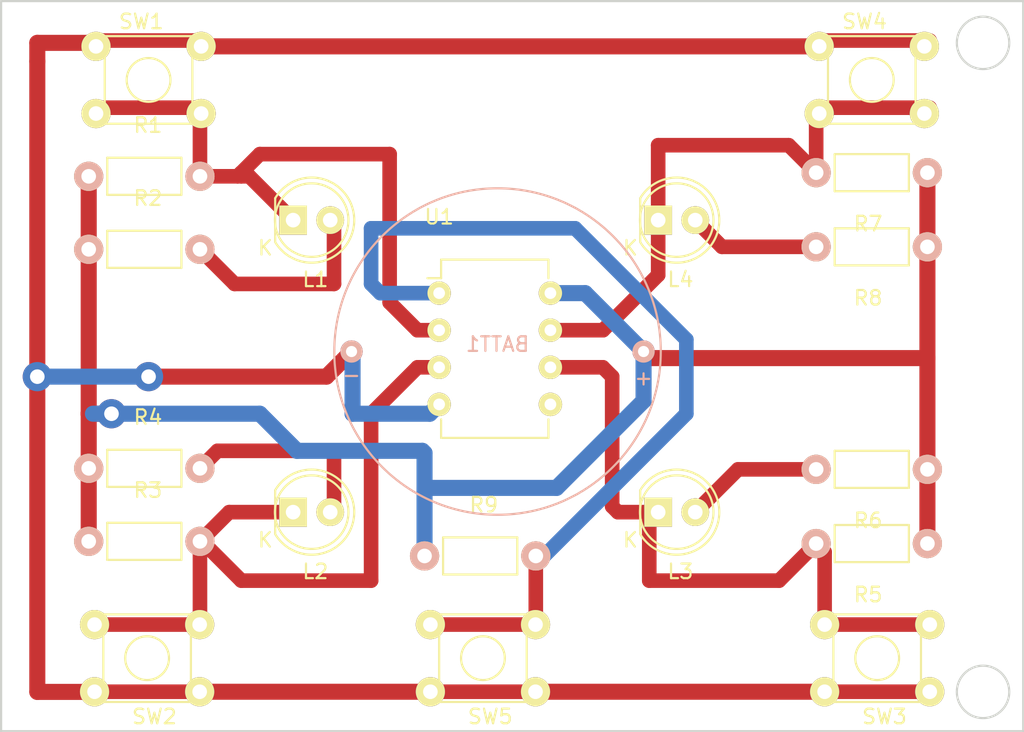
<source format=kicad_pcb>
(kicad_pcb (version 4) (host pcbnew 4.0.2+e4-6225~38~ubuntu16.04.1-stable)

  (general
    (links 44)
    (no_connects 0)
    (area 154.924999 19.875 225.075001 70.375)
    (thickness 1.6)
    (drawings 6)
    (tracks 119)
    (zones 0)
    (modules 20)
    (nets 13)
  )

  (page A4)
  (layers
    (0 F.Cu signal)
    (31 B.Cu signal)
    (32 B.Adhes user)
    (33 F.Adhes user)
    (34 B.Paste user)
    (35 F.Paste user)
    (36 B.SilkS user)
    (37 F.SilkS user)
    (38 B.Mask user)
    (39 F.Mask user)
    (40 Dwgs.User user)
    (41 Cmts.User user)
    (42 Eco1.User user)
    (43 Eco2.User user)
    (44 Edge.Cuts user)
    (45 Margin user)
    (46 B.CrtYd user)
    (47 F.CrtYd user)
    (48 B.Fab user)
    (49 F.Fab user)
  )

  (setup
    (last_trace_width 1)
    (user_trace_width 1)
    (user_trace_width 1.1)
    (trace_clearance 0.6)
    (zone_clearance 0.508)
    (zone_45_only no)
    (trace_min 0.2)
    (segment_width 0.2)
    (edge_width 0.15)
    (via_size 2)
    (via_drill 1)
    (via_min_size 0.4)
    (via_min_drill 0.3)
    (user_via 2 1)
    (uvia_size 0.3)
    (uvia_drill 0.1)
    (uvias_allowed no)
    (uvia_min_size 0.2)
    (uvia_min_drill 0.1)
    (pcb_text_width 0.3)
    (pcb_text_size 1.5 1.5)
    (mod_edge_width 0.15)
    (mod_text_size 1 1)
    (mod_text_width 0.15)
    (pad_size 1.524 1.524)
    (pad_drill 0.762)
    (pad_to_mask_clearance 0.2)
    (aux_axis_origin 0 0)
    (visible_elements FFFFFF7F)
    (pcbplotparams
      (layerselection 0x00030_ffffffff)
      (usegerberextensions false)
      (excludeedgelayer true)
      (linewidth 0.150000)
      (plotframeref false)
      (viasonmask false)
      (mode 1)
      (useauxorigin false)
      (hpglpennumber 1)
      (hpglpenspeed 20)
      (hpglpendiameter 15)
      (hpglpenoverlay 2)
      (psnegative false)
      (psa4output false)
      (plotreference true)
      (plotvalue true)
      (plotinvisibletext false)
      (padsonsilk false)
      (subtractmaskfromsilk false)
      (outputformat 1)
      (mirror false)
      (drillshape 1)
      (scaleselection 1)
      (outputdirectory ""))
  )

  (net 0 "")
  (net 1 /ROJO)
  (net 2 "Net-(L1-Pad2)")
  (net 3 /VERDE)
  (net 4 "Net-(L2-Pad2)")
  (net 5 /AZUL)
  (net 6 "Net-(L3-Pad2)")
  (net 7 /AMBAR)
  (net 8 "Net-(L4-Pad2)")
  (net 9 +BATT)
  (net 10 /RESET)
  (net 11 GNDREF)
  (net 12 "Net-(U1-Pad5)")

  (net_class Default "This is the default net class."
    (clearance 0.6)
    (trace_width 1)
    (via_dia 2)
    (via_drill 1)
    (uvia_dia 0.3)
    (uvia_drill 0.1)
    (add_net /AMBAR)
    (add_net /AZUL)
    (add_net /RESET)
    (add_net /ROJO)
    (add_net /VERDE)
    (add_net "Net-(L1-Pad2)")
    (add_net "Net-(L2-Pad2)")
    (add_net "Net-(L3-Pad2)")
    (add_net "Net-(L4-Pad2)")
    (add_net "Net-(U1-Pad5)")
  )

  (net_class Batt ""
    (clearance 0.5)
    (trace_width 1.1)
    (via_dia 2)
    (via_drill 1)
    (uvia_dia 0.3)
    (uvia_drill 0.1)
    (add_net +BATT)
    (add_net GNDREF)
  )

  (module LEDs:LED-5MM (layer F.Cu) (tedit 5570F7EA) (tstamp 578E701D)
    (at 175 35)
    (descr "LED 5mm round vertical")
    (tags "LED 5mm round vertical")
    (path /578D04E3)
    (fp_text reference L1 (at 1.524 4.064) (layer F.SilkS)
      (effects (font (size 1 1) (thickness 0.15)))
    )
    (fp_text value ROJO (at 1.524 -3.937) (layer F.Fab)
      (effects (font (size 1 1) (thickness 0.15)))
    )
    (fp_line (start -1.5 -1.55) (end -1.5 1.55) (layer F.CrtYd) (width 0.05))
    (fp_arc (start 1.3 0) (end -1.5 1.55) (angle -302) (layer F.CrtYd) (width 0.05))
    (fp_arc (start 1.27 0) (end -1.23 -1.5) (angle 297.5) (layer F.SilkS) (width 0.15))
    (fp_line (start -1.23 1.5) (end -1.23 -1.5) (layer F.SilkS) (width 0.15))
    (fp_circle (center 1.27 0) (end 0.97 -2.5) (layer F.SilkS) (width 0.15))
    (fp_text user K (at -1.905 1.905) (layer F.SilkS)
      (effects (font (size 1 1) (thickness 0.15)))
    )
    (pad 1 thru_hole rect (at 0 0 90) (size 2 1.9) (drill 1.00076) (layers *.Cu *.Mask F.SilkS)
      (net 1 /ROJO))
    (pad 2 thru_hole circle (at 2.54 0) (size 1.9 1.9) (drill 1.00076) (layers *.Cu *.Mask F.SilkS)
      (net 2 "Net-(L1-Pad2)"))
    (model LEDs.3dshapes/LED-5MM.wrl
      (at (xyz 0.05 0 0))
      (scale (xyz 1 1 1))
      (rotate (xyz 0 0 90))
    )
  )

  (module LEDs:LED-5MM (layer F.Cu) (tedit 5570F7EA) (tstamp 578E7023)
    (at 175 55)
    (descr "LED 5mm round vertical")
    (tags "LED 5mm round vertical")
    (path /578D353E)
    (fp_text reference L2 (at 1.524 4.064) (layer F.SilkS)
      (effects (font (size 1 1) (thickness 0.15)))
    )
    (fp_text value VERDE (at 1.524 -3.937) (layer F.Fab)
      (effects (font (size 1 1) (thickness 0.15)))
    )
    (fp_line (start -1.5 -1.55) (end -1.5 1.55) (layer F.CrtYd) (width 0.05))
    (fp_arc (start 1.3 0) (end -1.5 1.55) (angle -302) (layer F.CrtYd) (width 0.05))
    (fp_arc (start 1.27 0) (end -1.23 -1.5) (angle 297.5) (layer F.SilkS) (width 0.15))
    (fp_line (start -1.23 1.5) (end -1.23 -1.5) (layer F.SilkS) (width 0.15))
    (fp_circle (center 1.27 0) (end 0.97 -2.5) (layer F.SilkS) (width 0.15))
    (fp_text user K (at -1.905 1.905) (layer F.SilkS)
      (effects (font (size 1 1) (thickness 0.15)))
    )
    (pad 1 thru_hole rect (at 0 0 90) (size 2 1.9) (drill 1.00076) (layers *.Cu *.Mask F.SilkS)
      (net 3 /VERDE))
    (pad 2 thru_hole circle (at 2.54 0) (size 1.9 1.9) (drill 1.00076) (layers *.Cu *.Mask F.SilkS)
      (net 4 "Net-(L2-Pad2)"))
    (model LEDs.3dshapes/LED-5MM.wrl
      (at (xyz 0.05 0 0))
      (scale (xyz 1 1 1))
      (rotate (xyz 0 0 90))
    )
  )

  (module LEDs:LED-5MM (layer F.Cu) (tedit 5570F7EA) (tstamp 578E7029)
    (at 200 55)
    (descr "LED 5mm round vertical")
    (tags "LED 5mm round vertical")
    (path /578D36EF)
    (fp_text reference L3 (at 1.524 4.064) (layer F.SilkS)
      (effects (font (size 1 1) (thickness 0.15)))
    )
    (fp_text value AZUL (at 1.524 -3.937) (layer F.Fab)
      (effects (font (size 1 1) (thickness 0.15)))
    )
    (fp_line (start -1.5 -1.55) (end -1.5 1.55) (layer F.CrtYd) (width 0.05))
    (fp_arc (start 1.3 0) (end -1.5 1.55) (angle -302) (layer F.CrtYd) (width 0.05))
    (fp_arc (start 1.27 0) (end -1.23 -1.5) (angle 297.5) (layer F.SilkS) (width 0.15))
    (fp_line (start -1.23 1.5) (end -1.23 -1.5) (layer F.SilkS) (width 0.15))
    (fp_circle (center 1.27 0) (end 0.97 -2.5) (layer F.SilkS) (width 0.15))
    (fp_text user K (at -1.905 1.905) (layer F.SilkS)
      (effects (font (size 1 1) (thickness 0.15)))
    )
    (pad 1 thru_hole rect (at 0 0 90) (size 2 1.9) (drill 1.00076) (layers *.Cu *.Mask F.SilkS)
      (net 5 /AZUL))
    (pad 2 thru_hole circle (at 2.54 0) (size 1.9 1.9) (drill 1.00076) (layers *.Cu *.Mask F.SilkS)
      (net 6 "Net-(L3-Pad2)"))
    (model LEDs.3dshapes/LED-5MM.wrl
      (at (xyz 0.05 0 0))
      (scale (xyz 1 1 1))
      (rotate (xyz 0 0 90))
    )
  )

  (module LEDs:LED-5MM (layer F.Cu) (tedit 5570F7EA) (tstamp 578E702F)
    (at 200 35)
    (descr "LED 5mm round vertical")
    (tags "LED 5mm round vertical")
    (path /578D32F1)
    (fp_text reference L4 (at 1.524 4.064) (layer F.SilkS)
      (effects (font (size 1 1) (thickness 0.15)))
    )
    (fp_text value AMBAR (at 1.524 -3.937) (layer F.Fab)
      (effects (font (size 1 1) (thickness 0.15)))
    )
    (fp_line (start -1.5 -1.55) (end -1.5 1.55) (layer F.CrtYd) (width 0.05))
    (fp_arc (start 1.3 0) (end -1.5 1.55) (angle -302) (layer F.CrtYd) (width 0.05))
    (fp_arc (start 1.27 0) (end -1.23 -1.5) (angle 297.5) (layer F.SilkS) (width 0.15))
    (fp_line (start -1.23 1.5) (end -1.23 -1.5) (layer F.SilkS) (width 0.15))
    (fp_circle (center 1.27 0) (end 0.97 -2.5) (layer F.SilkS) (width 0.15))
    (fp_text user K (at -1.905 1.905) (layer F.SilkS)
      (effects (font (size 1 1) (thickness 0.15)))
    )
    (pad 1 thru_hole rect (at 0 0 90) (size 2 1.9) (drill 1.00076) (layers *.Cu *.Mask F.SilkS)
      (net 7 /AMBAR))
    (pad 2 thru_hole circle (at 2.54 0) (size 1.9 1.9) (drill 1.00076) (layers *.Cu *.Mask F.SilkS)
      (net 8 "Net-(L4-Pad2)"))
    (model LEDs.3dshapes/LED-5MM.wrl
      (at (xyz 0.05 0 0))
      (scale (xyz 1 1 1))
      (rotate (xyz 0 0 90))
    )
  )

  (module Resistors_ThroughHole:Resistor_Horizontal_RM7mm (layer F.Cu) (tedit 569FCF07) (tstamp 578E7035)
    (at 161 32)
    (descr "Resistor, Axial,  RM 7.62mm, 1/3W,")
    (tags "Resistor Axial RM 7.62mm 1/3W R3")
    (path /578DB859)
    (fp_text reference R1 (at 4.05892 -3.50012) (layer F.SilkS)
      (effects (font (size 1 1) (thickness 0.15)))
    )
    (fp_text value 5.6K (at 3.81 3.81) (layer F.Fab)
      (effects (font (size 1 1) (thickness 0.15)))
    )
    (fp_line (start -1.25 -1.5) (end 8.85 -1.5) (layer F.CrtYd) (width 0.05))
    (fp_line (start -1.25 1.5) (end -1.25 -1.5) (layer F.CrtYd) (width 0.05))
    (fp_line (start 8.85 -1.5) (end 8.85 1.5) (layer F.CrtYd) (width 0.05))
    (fp_line (start -1.25 1.5) (end 8.85 1.5) (layer F.CrtYd) (width 0.05))
    (fp_line (start 1.27 -1.27) (end 6.35 -1.27) (layer F.SilkS) (width 0.15))
    (fp_line (start 6.35 -1.27) (end 6.35 1.27) (layer F.SilkS) (width 0.15))
    (fp_line (start 6.35 1.27) (end 1.27 1.27) (layer F.SilkS) (width 0.15))
    (fp_line (start 1.27 1.27) (end 1.27 -1.27) (layer F.SilkS) (width 0.15))
    (pad 1 thru_hole circle (at 0 0) (size 1.99898 1.99898) (drill 1.00076) (layers *.Cu *.SilkS *.Mask)
      (net 9 +BATT))
    (pad 2 thru_hole circle (at 7.62 0) (size 1.99898 1.99898) (drill 1.00076) (layers *.Cu *.SilkS *.Mask)
      (net 1 /ROJO))
  )

  (module Resistors_ThroughHole:Resistor_Horizontal_RM7mm (layer F.Cu) (tedit 569FCF07) (tstamp 578E703B)
    (at 161 37)
    (descr "Resistor, Axial,  RM 7.62mm, 1/3W,")
    (tags "Resistor Axial RM 7.62mm 1/3W R3")
    (path /578DB89B)
    (fp_text reference R2 (at 4.05892 -3.50012) (layer F.SilkS)
      (effects (font (size 1 1) (thickness 0.15)))
    )
    (fp_text value 150 (at 3.81 3.81) (layer F.Fab)
      (effects (font (size 1 1) (thickness 0.15)))
    )
    (fp_line (start -1.25 -1.5) (end 8.85 -1.5) (layer F.CrtYd) (width 0.05))
    (fp_line (start -1.25 1.5) (end -1.25 -1.5) (layer F.CrtYd) (width 0.05))
    (fp_line (start 8.85 -1.5) (end 8.85 1.5) (layer F.CrtYd) (width 0.05))
    (fp_line (start -1.25 1.5) (end 8.85 1.5) (layer F.CrtYd) (width 0.05))
    (fp_line (start 1.27 -1.27) (end 6.35 -1.27) (layer F.SilkS) (width 0.15))
    (fp_line (start 6.35 -1.27) (end 6.35 1.27) (layer F.SilkS) (width 0.15))
    (fp_line (start 6.35 1.27) (end 1.27 1.27) (layer F.SilkS) (width 0.15))
    (fp_line (start 1.27 1.27) (end 1.27 -1.27) (layer F.SilkS) (width 0.15))
    (pad 1 thru_hole circle (at 0 0) (size 1.99898 1.99898) (drill 1.00076) (layers *.Cu *.SilkS *.Mask)
      (net 9 +BATT))
    (pad 2 thru_hole circle (at 7.62 0) (size 1.99898 1.99898) (drill 1.00076) (layers *.Cu *.SilkS *.Mask)
      (net 2 "Net-(L1-Pad2)"))
  )

  (module Resistors_ThroughHole:Resistor_Horizontal_RM7mm (layer F.Cu) (tedit 569FCF07) (tstamp 578E7041)
    (at 161 57)
    (descr "Resistor, Axial,  RM 7.62mm, 1/3W,")
    (tags "Resistor Axial RM 7.62mm 1/3W R3")
    (path /578DB913)
    (fp_text reference R3 (at 4.05892 -3.50012) (layer F.SilkS)
      (effects (font (size 1 1) (thickness 0.15)))
    )
    (fp_text value 5.6K (at 3.81 3.81) (layer F.Fab)
      (effects (font (size 1 1) (thickness 0.15)))
    )
    (fp_line (start -1.25 -1.5) (end 8.85 -1.5) (layer F.CrtYd) (width 0.05))
    (fp_line (start -1.25 1.5) (end -1.25 -1.5) (layer F.CrtYd) (width 0.05))
    (fp_line (start 8.85 -1.5) (end 8.85 1.5) (layer F.CrtYd) (width 0.05))
    (fp_line (start -1.25 1.5) (end 8.85 1.5) (layer F.CrtYd) (width 0.05))
    (fp_line (start 1.27 -1.27) (end 6.35 -1.27) (layer F.SilkS) (width 0.15))
    (fp_line (start 6.35 -1.27) (end 6.35 1.27) (layer F.SilkS) (width 0.15))
    (fp_line (start 6.35 1.27) (end 1.27 1.27) (layer F.SilkS) (width 0.15))
    (fp_line (start 1.27 1.27) (end 1.27 -1.27) (layer F.SilkS) (width 0.15))
    (pad 1 thru_hole circle (at 0 0) (size 1.99898 1.99898) (drill 1.00076) (layers *.Cu *.SilkS *.Mask)
      (net 9 +BATT))
    (pad 2 thru_hole circle (at 7.62 0) (size 1.99898 1.99898) (drill 1.00076) (layers *.Cu *.SilkS *.Mask)
      (net 3 /VERDE))
  )

  (module Resistors_ThroughHole:Resistor_Horizontal_RM7mm (layer F.Cu) (tedit 569FCF07) (tstamp 578E7047)
    (at 161 52)
    (descr "Resistor, Axial,  RM 7.62mm, 1/3W,")
    (tags "Resistor Axial RM 7.62mm 1/3W R3")
    (path /578DB989)
    (fp_text reference R4 (at 4.05892 -3.50012) (layer F.SilkS)
      (effects (font (size 1 1) (thickness 0.15)))
    )
    (fp_text value 150 (at 3.81 3.81) (layer F.Fab)
      (effects (font (size 1 1) (thickness 0.15)))
    )
    (fp_line (start -1.25 -1.5) (end 8.85 -1.5) (layer F.CrtYd) (width 0.05))
    (fp_line (start -1.25 1.5) (end -1.25 -1.5) (layer F.CrtYd) (width 0.05))
    (fp_line (start 8.85 -1.5) (end 8.85 1.5) (layer F.CrtYd) (width 0.05))
    (fp_line (start -1.25 1.5) (end 8.85 1.5) (layer F.CrtYd) (width 0.05))
    (fp_line (start 1.27 -1.27) (end 6.35 -1.27) (layer F.SilkS) (width 0.15))
    (fp_line (start 6.35 -1.27) (end 6.35 1.27) (layer F.SilkS) (width 0.15))
    (fp_line (start 6.35 1.27) (end 1.27 1.27) (layer F.SilkS) (width 0.15))
    (fp_line (start 1.27 1.27) (end 1.27 -1.27) (layer F.SilkS) (width 0.15))
    (pad 1 thru_hole circle (at 0 0) (size 1.99898 1.99898) (drill 1.00076) (layers *.Cu *.SilkS *.Mask)
      (net 9 +BATT))
    (pad 2 thru_hole circle (at 7.62 0) (size 1.99898 1.99898) (drill 1.00076) (layers *.Cu *.SilkS *.Mask)
      (net 4 "Net-(L2-Pad2)"))
  )

  (module Resistors_ThroughHole:Resistor_Horizontal_RM7mm (layer F.Cu) (tedit 569FCF07) (tstamp 578E704D)
    (at 218.44 57.15 180)
    (descr "Resistor, Axial,  RM 7.62mm, 1/3W,")
    (tags "Resistor Axial RM 7.62mm 1/3W R3")
    (path /578DB9DD)
    (fp_text reference R5 (at 4.05892 -3.50012 180) (layer F.SilkS)
      (effects (font (size 1 1) (thickness 0.15)))
    )
    (fp_text value 5.6K (at 3.81 3.81 180) (layer F.Fab)
      (effects (font (size 1 1) (thickness 0.15)))
    )
    (fp_line (start -1.25 -1.5) (end 8.85 -1.5) (layer F.CrtYd) (width 0.05))
    (fp_line (start -1.25 1.5) (end -1.25 -1.5) (layer F.CrtYd) (width 0.05))
    (fp_line (start 8.85 -1.5) (end 8.85 1.5) (layer F.CrtYd) (width 0.05))
    (fp_line (start -1.25 1.5) (end 8.85 1.5) (layer F.CrtYd) (width 0.05))
    (fp_line (start 1.27 -1.27) (end 6.35 -1.27) (layer F.SilkS) (width 0.15))
    (fp_line (start 6.35 -1.27) (end 6.35 1.27) (layer F.SilkS) (width 0.15))
    (fp_line (start 6.35 1.27) (end 1.27 1.27) (layer F.SilkS) (width 0.15))
    (fp_line (start 1.27 1.27) (end 1.27 -1.27) (layer F.SilkS) (width 0.15))
    (pad 1 thru_hole circle (at 0 0 180) (size 1.99898 1.99898) (drill 1.00076) (layers *.Cu *.SilkS *.Mask)
      (net 9 +BATT))
    (pad 2 thru_hole circle (at 7.62 0 180) (size 1.99898 1.99898) (drill 1.00076) (layers *.Cu *.SilkS *.Mask)
      (net 5 /AZUL))
  )

  (module Resistors_ThroughHole:Resistor_Horizontal_RM7mm (layer F.Cu) (tedit 569FCF07) (tstamp 578E7053)
    (at 218.44 52.07 180)
    (descr "Resistor, Axial,  RM 7.62mm, 1/3W,")
    (tags "Resistor Axial RM 7.62mm 1/3W R3")
    (path /578DBA55)
    (fp_text reference R6 (at 4.05892 -3.50012 180) (layer F.SilkS)
      (effects (font (size 1 1) (thickness 0.15)))
    )
    (fp_text value 150 (at 3.81 3.81 180) (layer F.Fab)
      (effects (font (size 1 1) (thickness 0.15)))
    )
    (fp_line (start -1.25 -1.5) (end 8.85 -1.5) (layer F.CrtYd) (width 0.05))
    (fp_line (start -1.25 1.5) (end -1.25 -1.5) (layer F.CrtYd) (width 0.05))
    (fp_line (start 8.85 -1.5) (end 8.85 1.5) (layer F.CrtYd) (width 0.05))
    (fp_line (start -1.25 1.5) (end 8.85 1.5) (layer F.CrtYd) (width 0.05))
    (fp_line (start 1.27 -1.27) (end 6.35 -1.27) (layer F.SilkS) (width 0.15))
    (fp_line (start 6.35 -1.27) (end 6.35 1.27) (layer F.SilkS) (width 0.15))
    (fp_line (start 6.35 1.27) (end 1.27 1.27) (layer F.SilkS) (width 0.15))
    (fp_line (start 1.27 1.27) (end 1.27 -1.27) (layer F.SilkS) (width 0.15))
    (pad 1 thru_hole circle (at 0 0 180) (size 1.99898 1.99898) (drill 1.00076) (layers *.Cu *.SilkS *.Mask)
      (net 9 +BATT))
    (pad 2 thru_hole circle (at 7.62 0 180) (size 1.99898 1.99898) (drill 1.00076) (layers *.Cu *.SilkS *.Mask)
      (net 6 "Net-(L3-Pad2)"))
  )

  (module Resistors_ThroughHole:Resistor_Horizontal_RM7mm (layer F.Cu) (tedit 569FCF07) (tstamp 578E7059)
    (at 218.44 31.75 180)
    (descr "Resistor, Axial,  RM 7.62mm, 1/3W,")
    (tags "Resistor Axial RM 7.62mm 1/3W R3")
    (path /578DBB35)
    (fp_text reference R7 (at 4.05892 -3.50012 180) (layer F.SilkS)
      (effects (font (size 1 1) (thickness 0.15)))
    )
    (fp_text value 5.6K (at 3.81 3.81 180) (layer F.Fab)
      (effects (font (size 1 1) (thickness 0.15)))
    )
    (fp_line (start -1.25 -1.5) (end 8.85 -1.5) (layer F.CrtYd) (width 0.05))
    (fp_line (start -1.25 1.5) (end -1.25 -1.5) (layer F.CrtYd) (width 0.05))
    (fp_line (start 8.85 -1.5) (end 8.85 1.5) (layer F.CrtYd) (width 0.05))
    (fp_line (start -1.25 1.5) (end 8.85 1.5) (layer F.CrtYd) (width 0.05))
    (fp_line (start 1.27 -1.27) (end 6.35 -1.27) (layer F.SilkS) (width 0.15))
    (fp_line (start 6.35 -1.27) (end 6.35 1.27) (layer F.SilkS) (width 0.15))
    (fp_line (start 6.35 1.27) (end 1.27 1.27) (layer F.SilkS) (width 0.15))
    (fp_line (start 1.27 1.27) (end 1.27 -1.27) (layer F.SilkS) (width 0.15))
    (pad 1 thru_hole circle (at 0 0 180) (size 1.99898 1.99898) (drill 1.00076) (layers *.Cu *.SilkS *.Mask)
      (net 9 +BATT))
    (pad 2 thru_hole circle (at 7.62 0 180) (size 1.99898 1.99898) (drill 1.00076) (layers *.Cu *.SilkS *.Mask)
      (net 7 /AMBAR))
  )

  (module Resistors_ThroughHole:Resistor_Horizontal_RM7mm (layer F.Cu) (tedit 569FCF07) (tstamp 578E705F)
    (at 218.44 36.83 180)
    (descr "Resistor, Axial,  RM 7.62mm, 1/3W,")
    (tags "Resistor Axial RM 7.62mm 1/3W R3")
    (path /578DBB85)
    (fp_text reference R8 (at 4.05892 -3.50012 180) (layer F.SilkS)
      (effects (font (size 1 1) (thickness 0.15)))
    )
    (fp_text value 150 (at 3.81 3.81 180) (layer F.Fab)
      (effects (font (size 1 1) (thickness 0.15)))
    )
    (fp_line (start -1.25 -1.5) (end 8.85 -1.5) (layer F.CrtYd) (width 0.05))
    (fp_line (start -1.25 1.5) (end -1.25 -1.5) (layer F.CrtYd) (width 0.05))
    (fp_line (start 8.85 -1.5) (end 8.85 1.5) (layer F.CrtYd) (width 0.05))
    (fp_line (start -1.25 1.5) (end 8.85 1.5) (layer F.CrtYd) (width 0.05))
    (fp_line (start 1.27 -1.27) (end 6.35 -1.27) (layer F.SilkS) (width 0.15))
    (fp_line (start 6.35 -1.27) (end 6.35 1.27) (layer F.SilkS) (width 0.15))
    (fp_line (start 6.35 1.27) (end 1.27 1.27) (layer F.SilkS) (width 0.15))
    (fp_line (start 1.27 1.27) (end 1.27 -1.27) (layer F.SilkS) (width 0.15))
    (pad 1 thru_hole circle (at 0 0 180) (size 1.99898 1.99898) (drill 1.00076) (layers *.Cu *.SilkS *.Mask)
      (net 9 +BATT))
    (pad 2 thru_hole circle (at 7.62 0 180) (size 1.99898 1.99898) (drill 1.00076) (layers *.Cu *.SilkS *.Mask)
      (net 8 "Net-(L4-Pad2)"))
  )

  (module Resistors_ThroughHole:Resistor_Horizontal_RM7mm (layer F.Cu) (tedit 569FCF07) (tstamp 578E7065)
    (at 184 58)
    (descr "Resistor, Axial,  RM 7.62mm, 1/3W,")
    (tags "Resistor Axial RM 7.62mm 1/3W R3")
    (path /578DBBFC)
    (fp_text reference R9 (at 4.05892 -3.50012) (layer F.SilkS)
      (effects (font (size 1 1) (thickness 0.15)))
    )
    (fp_text value 5.6K (at 3.81 3.81) (layer F.Fab)
      (effects (font (size 1 1) (thickness 0.15)))
    )
    (fp_line (start -1.25 -1.5) (end 8.85 -1.5) (layer F.CrtYd) (width 0.05))
    (fp_line (start -1.25 1.5) (end -1.25 -1.5) (layer F.CrtYd) (width 0.05))
    (fp_line (start 8.85 -1.5) (end 8.85 1.5) (layer F.CrtYd) (width 0.05))
    (fp_line (start -1.25 1.5) (end 8.85 1.5) (layer F.CrtYd) (width 0.05))
    (fp_line (start 1.27 -1.27) (end 6.35 -1.27) (layer F.SilkS) (width 0.15))
    (fp_line (start 6.35 -1.27) (end 6.35 1.27) (layer F.SilkS) (width 0.15))
    (fp_line (start 6.35 1.27) (end 1.27 1.27) (layer F.SilkS) (width 0.15))
    (fp_line (start 1.27 1.27) (end 1.27 -1.27) (layer F.SilkS) (width 0.15))
    (pad 1 thru_hole circle (at 0 0) (size 1.99898 1.99898) (drill 1.00076) (layers *.Cu *.SilkS *.Mask)
      (net 9 +BATT))
    (pad 2 thru_hole circle (at 7.62 0) (size 1.99898 1.99898) (drill 1.00076) (layers *.Cu *.SilkS *.Mask)
      (net 10 /RESET))
  )

  (module button-sw:button-sw-push (layer F.Cu) (tedit 578E6359) (tstamp 578E706D)
    (at 165.1 25.4 180)
    (path /578D11B8)
    (fp_text reference SW1 (at 0.5 4 180) (layer F.SilkS)
      (effects (font (size 1 1) (thickness 0.15)))
    )
    (fp_text value SW_PUSH (at 0 -4 180) (layer F.Fab)
      (effects (font (size 1 1) (thickness 0.15)))
    )
    (fp_circle (center 0 0) (end 0 -1.5) (layer F.SilkS) (width 0.15))
    (fp_line (start 3 -3) (end -3 -3) (layer F.SilkS) (width 0.15))
    (fp_line (start -3 -3) (end -3 3) (layer F.SilkS) (width 0.15))
    (fp_line (start -3 3) (end 3 3) (layer F.SilkS) (width 0.15))
    (fp_line (start 3 3) (end 3 -3) (layer F.SilkS) (width 0.15))
    (pad 1 thru_hole circle (at 3.6 2.3 180) (size 2 2) (drill 1) (layers *.Cu *.Mask F.SilkS)
      (net 11 GNDREF))
    (pad 2 thru_hole circle (at 3.6 -2.3 180) (size 2 2) (drill 1) (layers *.Cu *.Mask F.SilkS)
      (net 1 /ROJO))
    (pad 2 thru_hole circle (at -3.6 -2.3 180) (size 2 2) (drill 1) (layers *.Cu *.Mask F.SilkS)
      (net 1 /ROJO))
    (pad 1 thru_hole circle (at -3.6 2.3 180) (size 2 2) (drill 1) (layers *.Cu *.Mask F.SilkS)
      (net 11 GNDREF))
  )

  (module button-sw:button-sw-push (layer F.Cu) (tedit 578E6359) (tstamp 578E7075)
    (at 165 65)
    (path /578D3559)
    (fp_text reference SW2 (at 0.5 4) (layer F.SilkS)
      (effects (font (size 1 1) (thickness 0.15)))
    )
    (fp_text value SW_PUSH (at 0 -4) (layer F.Fab)
      (effects (font (size 1 1) (thickness 0.15)))
    )
    (fp_circle (center 0 0) (end 0 -1.5) (layer F.SilkS) (width 0.15))
    (fp_line (start 3 -3) (end -3 -3) (layer F.SilkS) (width 0.15))
    (fp_line (start -3 -3) (end -3 3) (layer F.SilkS) (width 0.15))
    (fp_line (start -3 3) (end 3 3) (layer F.SilkS) (width 0.15))
    (fp_line (start 3 3) (end 3 -3) (layer F.SilkS) (width 0.15))
    (pad 1 thru_hole circle (at 3.6 2.3) (size 2 2) (drill 1) (layers *.Cu *.Mask F.SilkS)
      (net 11 GNDREF))
    (pad 2 thru_hole circle (at 3.6 -2.3) (size 2 2) (drill 1) (layers *.Cu *.Mask F.SilkS)
      (net 3 /VERDE))
    (pad 2 thru_hole circle (at -3.6 -2.3) (size 2 2) (drill 1) (layers *.Cu *.Mask F.SilkS)
      (net 3 /VERDE))
    (pad 1 thru_hole circle (at -3.6 2.3) (size 2 2) (drill 1) (layers *.Cu *.Mask F.SilkS)
      (net 11 GNDREF))
  )

  (module button-sw:button-sw-push (layer F.Cu) (tedit 578E6359) (tstamp 578E707D)
    (at 215 65)
    (path /578D370A)
    (fp_text reference SW3 (at 0.5 4) (layer F.SilkS)
      (effects (font (size 1 1) (thickness 0.15)))
    )
    (fp_text value SW_PUSH (at 0 -4) (layer F.Fab)
      (effects (font (size 1 1) (thickness 0.15)))
    )
    (fp_circle (center 0 0) (end 0 -1.5) (layer F.SilkS) (width 0.15))
    (fp_line (start 3 -3) (end -3 -3) (layer F.SilkS) (width 0.15))
    (fp_line (start -3 -3) (end -3 3) (layer F.SilkS) (width 0.15))
    (fp_line (start -3 3) (end 3 3) (layer F.SilkS) (width 0.15))
    (fp_line (start 3 3) (end 3 -3) (layer F.SilkS) (width 0.15))
    (pad 1 thru_hole circle (at 3.6 2.3) (size 2 2) (drill 1) (layers *.Cu *.Mask F.SilkS)
      (net 11 GNDREF))
    (pad 2 thru_hole circle (at 3.6 -2.3) (size 2 2) (drill 1) (layers *.Cu *.Mask F.SilkS)
      (net 5 /AZUL))
    (pad 2 thru_hole circle (at -3.6 -2.3) (size 2 2) (drill 1) (layers *.Cu *.Mask F.SilkS)
      (net 5 /AZUL))
    (pad 1 thru_hole circle (at -3.6 2.3) (size 2 2) (drill 1) (layers *.Cu *.Mask F.SilkS)
      (net 11 GNDREF))
  )

  (module button-sw:button-sw-push (layer F.Cu) (tedit 578E6359) (tstamp 578E7085)
    (at 214.63 25.4 180)
    (path /578D330C)
    (fp_text reference SW4 (at 0.5 4 180) (layer F.SilkS)
      (effects (font (size 1 1) (thickness 0.15)))
    )
    (fp_text value SW_PUSH (at 0 -4 180) (layer F.Fab)
      (effects (font (size 1 1) (thickness 0.15)))
    )
    (fp_circle (center 0 0) (end 0 -1.5) (layer F.SilkS) (width 0.15))
    (fp_line (start 3 -3) (end -3 -3) (layer F.SilkS) (width 0.15))
    (fp_line (start -3 -3) (end -3 3) (layer F.SilkS) (width 0.15))
    (fp_line (start -3 3) (end 3 3) (layer F.SilkS) (width 0.15))
    (fp_line (start 3 3) (end 3 -3) (layer F.SilkS) (width 0.15))
    (pad 1 thru_hole circle (at 3.6 2.3 180) (size 2 2) (drill 1) (layers *.Cu *.Mask F.SilkS)
      (net 11 GNDREF))
    (pad 2 thru_hole circle (at 3.6 -2.3 180) (size 2 2) (drill 1) (layers *.Cu *.Mask F.SilkS)
      (net 7 /AMBAR))
    (pad 2 thru_hole circle (at -3.6 -2.3 180) (size 2 2) (drill 1) (layers *.Cu *.Mask F.SilkS)
      (net 7 /AMBAR))
    (pad 1 thru_hole circle (at -3.6 2.3 180) (size 2 2) (drill 1) (layers *.Cu *.Mask F.SilkS)
      (net 11 GNDREF))
  )

  (module button-sw:button-sw-push (layer F.Cu) (tedit 578E6359) (tstamp 578E708D)
    (at 188 65)
    (path /578D76C7)
    (fp_text reference SW5 (at 0.5 4) (layer F.SilkS)
      (effects (font (size 1 1) (thickness 0.15)))
    )
    (fp_text value SW_PUSH (at 0 -4) (layer F.Fab)
      (effects (font (size 1 1) (thickness 0.15)))
    )
    (fp_circle (center 0 0) (end 0 -1.5) (layer F.SilkS) (width 0.15))
    (fp_line (start 3 -3) (end -3 -3) (layer F.SilkS) (width 0.15))
    (fp_line (start -3 -3) (end -3 3) (layer F.SilkS) (width 0.15))
    (fp_line (start -3 3) (end 3 3) (layer F.SilkS) (width 0.15))
    (fp_line (start 3 3) (end 3 -3) (layer F.SilkS) (width 0.15))
    (pad 1 thru_hole circle (at 3.6 2.3) (size 2 2) (drill 1) (layers *.Cu *.Mask F.SilkS)
      (net 11 GNDREF))
    (pad 2 thru_hole circle (at 3.6 -2.3) (size 2 2) (drill 1) (layers *.Cu *.Mask F.SilkS)
      (net 10 /RESET))
    (pad 2 thru_hole circle (at -3.6 -2.3) (size 2 2) (drill 1) (layers *.Cu *.Mask F.SilkS)
      (net 10 /RESET))
    (pad 1 thru_hole circle (at -3.6 2.3) (size 2 2) (drill 1) (layers *.Cu *.Mask F.SilkS)
      (net 11 GNDREF))
  )

  (module Housings_DIP:DIP-8_W7.62mm (layer F.Cu) (tedit 54130A77) (tstamp 578E7099)
    (at 185 40)
    (descr "8-lead dip package, row spacing 7.62 mm (300 mils)")
    (tags "dil dip 2.54 300")
    (path /578D30FF)
    (fp_text reference U1 (at 0 -5.22) (layer F.SilkS)
      (effects (font (size 1 1) (thickness 0.15)))
    )
    (fp_text value ATTiny85 (at 0 -3.72) (layer F.Fab)
      (effects (font (size 1 1) (thickness 0.15)))
    )
    (fp_line (start -1.05 -2.45) (end -1.05 10.1) (layer F.CrtYd) (width 0.05))
    (fp_line (start 8.65 -2.45) (end 8.65 10.1) (layer F.CrtYd) (width 0.05))
    (fp_line (start -1.05 -2.45) (end 8.65 -2.45) (layer F.CrtYd) (width 0.05))
    (fp_line (start -1.05 10.1) (end 8.65 10.1) (layer F.CrtYd) (width 0.05))
    (fp_line (start 0.135 -2.295) (end 0.135 -1.025) (layer F.SilkS) (width 0.15))
    (fp_line (start 7.485 -2.295) (end 7.485 -1.025) (layer F.SilkS) (width 0.15))
    (fp_line (start 7.485 9.915) (end 7.485 8.645) (layer F.SilkS) (width 0.15))
    (fp_line (start 0.135 9.915) (end 0.135 8.645) (layer F.SilkS) (width 0.15))
    (fp_line (start 0.135 -2.295) (end 7.485 -2.295) (layer F.SilkS) (width 0.15))
    (fp_line (start 0.135 9.915) (end 7.485 9.915) (layer F.SilkS) (width 0.15))
    (fp_line (start 0.135 -1.025) (end -0.8 -1.025) (layer F.SilkS) (width 0.15))
    (pad 1 thru_hole oval (at 0 0) (size 1.6 1.6) (drill 0.8) (layers *.Cu *.Mask F.SilkS)
      (net 10 /RESET))
    (pad 2 thru_hole oval (at 0 2.54) (size 1.6 1.6) (drill 0.8) (layers *.Cu *.Mask F.SilkS)
      (net 1 /ROJO))
    (pad 3 thru_hole oval (at 0 5.08) (size 1.6 1.6) (drill 0.8) (layers *.Cu *.Mask F.SilkS)
      (net 3 /VERDE))
    (pad 4 thru_hole oval (at 0 7.62) (size 1.6 1.6) (drill 0.8) (layers *.Cu *.Mask F.SilkS)
      (net 11 GNDREF))
    (pad 5 thru_hole oval (at 7.62 7.62) (size 1.6 1.6) (drill 0.8) (layers *.Cu *.Mask F.SilkS)
      (net 12 "Net-(U1-Pad5)"))
    (pad 6 thru_hole oval (at 7.62 5.08) (size 1.6 1.6) (drill 0.8) (layers *.Cu *.Mask F.SilkS)
      (net 5 /AZUL))
    (pad 7 thru_hole oval (at 7.62 2.54) (size 1.6 1.6) (drill 0.8) (layers *.Cu *.Mask F.SilkS)
      (net 7 /AMBAR))
    (pad 8 thru_hole oval (at 7.62 0) (size 1.6 1.6) (drill 0.8) (layers *.Cu *.Mask F.SilkS)
      (net 9 +BATT))
    (model Housings_DIP.3dshapes/DIP-8_W7.62mm.wrl
      (at (xyz 0 0 0))
      (scale (xyz 1 1 1))
      (rotate (xyz 0 0 0))
    )
  )

  (module button-sw:coin-battery (layer B.Cu) (tedit 578E68CC) (tstamp 578E71CB)
    (at 189 44)
    (path /578D5622)
    (fp_text reference BATT1 (at 0 -0.5) (layer B.SilkS)
      (effects (font (size 1 1) (thickness 0.15)) (justify mirror))
    )
    (fp_text value BATTERY (at -0.1 1.8) (layer B.Fab)
      (effects (font (size 1 1) (thickness 0.15)) (justify mirror))
    )
    (fp_text user - (at -10 1.6) (layer B.SilkS)
      (effects (font (size 1 1) (thickness 0.15)) (justify mirror))
    )
    (fp_text user + (at 10 1.8) (layer B.SilkS)
      (effects (font (size 1 1) (thickness 0.15)) (justify mirror))
    )
    (fp_text user + (at 10 0) (layer B.SilkS)
      (effects (font (size 1 1) (thickness 0.15)) (justify mirror))
    )
    (fp_circle (center 0 0) (end -10 -5) (layer B.SilkS) (width 0.15))
    (pad 1 thru_hole circle (at 10 0) (size 1.524 1.524) (drill 0.762) (layers *.Cu *.Mask B.SilkS)
      (net 9 +BATT))
    (pad 2 thru_hole circle (at -10 0) (size 1.524 1.524) (drill 0.762) (layers *.Cu *.Mask B.SilkS)
      (net 11 GNDREF))
  )

  (gr_circle (center 222.25 67.31) (end 223.52 68.58) (layer Edge.Cuts) (width 0.15))
  (gr_circle (center 222.25 22.86) (end 223.52 24.13) (layer Edge.Cuts) (width 0.15))
  (gr_line (start 155 70) (end 155 20) (angle 90) (layer Edge.Cuts) (width 0.15))
  (gr_line (start 225 70) (end 155 70) (angle 90) (layer Edge.Cuts) (width 0.15))
  (gr_line (start 225 20) (end 225 70) (angle 90) (layer Edge.Cuts) (width 0.15))
  (gr_line (start 155 20) (end 225 20) (angle 90) (layer Edge.Cuts) (width 0.15))

  (segment (start 185 42.54) (end 183.51 42.54) (width 1) (layer F.Cu) (net 1))
  (segment (start 171.45 31.75) (end 171.45 32) (width 1) (layer F.Cu) (net 1) (tstamp 578FAB8D))
  (segment (start 171.2 32) (end 171.45 31.75) (width 1) (layer F.Cu) (net 1) (tstamp 578FAB8A))
  (segment (start 172.72 30.48) (end 171.2 32) (width 1) (layer F.Cu) (net 1) (tstamp 578FAB87))
  (segment (start 181.61 30.48) (end 172.72 30.48) (width 1) (layer F.Cu) (net 1) (tstamp 578FAB68))
  (segment (start 181.61 40.64) (end 181.61 30.48) (width 1) (layer F.Cu) (net 1) (tstamp 578FAB63))
  (segment (start 183.51 42.54) (end 181.61 40.64) (width 1) (layer F.Cu) (net 1) (tstamp 578FAB60))
  (segment (start 168.62 32) (end 171.45 32) (width 1) (layer F.Cu) (net 1))
  (segment (start 171.45 32) (end 172 32) (width 1) (layer F.Cu) (net 1) (tstamp 578FAB8E))
  (segment (start 172 32) (end 175 35) (width 1) (layer F.Cu) (net 1) (tstamp 578FA72B))
  (segment (start 168.7 27.7) (end 168.62 27.78) (width 1) (layer F.Cu) (net 1))
  (segment (start 168.62 27.78) (end 168.62 32) (width 1) (layer F.Cu) (net 1) (tstamp 578FA728))
  (segment (start 161.4 27.3) (end 168.6 27.3) (width 1) (layer F.Cu) (net 1))
  (segment (start 168.62 37) (end 170.99 39.37) (width 1) (layer F.Cu) (net 2))
  (segment (start 177.8 39.37) (end 177.8 35.26) (width 1) (layer F.Cu) (net 2) (tstamp 578FA738))
  (segment (start 170.99 39.37) (end 177.8 39.37) (width 1) (layer F.Cu) (net 2) (tstamp 578FA72E))
  (segment (start 177.8 35.26) (end 177.54 35) (width 1) (layer F.Cu) (net 2) (tstamp 578FA739))
  (segment (start 185 45.08) (end 183.52 45.08) (width 1) (layer F.Cu) (net 3))
  (segment (start 171.45 59.69) (end 168.76 57) (width 1) (layer F.Cu) (net 3) (tstamp 578FAB47))
  (segment (start 180.34 59.69) (end 171.45 59.69) (width 1) (layer F.Cu) (net 3) (tstamp 578FAB44))
  (segment (start 180.34 48.26) (end 180.34 59.69) (width 1) (layer F.Cu) (net 3) (tstamp 578FAB40))
  (segment (start 183.52 45.08) (end 180.34 48.26) (width 1) (layer F.Cu) (net 3) (tstamp 578FAB1A))
  (segment (start 168.76 57) (end 168.62 57) (width 1) (layer F.Cu) (net 3) (tstamp 578FAB4D))
  (segment (start 168.62 57) (end 170.62 55) (width 1) (layer F.Cu) (net 3))
  (segment (start 170.62 55) (end 175 55) (width 1) (layer F.Cu) (net 3) (tstamp 578FA778))
  (segment (start 168.6 62.7) (end 168.62 62.68) (width 1) (layer F.Cu) (net 3))
  (segment (start 168.62 62.68) (end 168.62 57) (width 1) (layer F.Cu) (net 3) (tstamp 578FA742))
  (segment (start 161.4 62.7) (end 168.6 62.7) (width 1) (layer F.Cu) (net 3))
  (segment (start 168.62 52) (end 169.82 50.8) (width 1) (layer F.Cu) (net 4))
  (segment (start 177.8 50.8) (end 177.8 54.74) (width 1) (layer F.Cu) (net 4) (tstamp 578FA784))
  (segment (start 169.82 50.8) (end 177.8 50.8) (width 1) (layer F.Cu) (net 4) (tstamp 578FA781))
  (segment (start 177.8 54.74) (end 177.54 55) (width 1) (layer F.Cu) (net 4) (tstamp 578FA787))
  (segment (start 192.62 45.08) (end 196.21 45.08) (width 1) (layer F.Cu) (net 5))
  (segment (start 197.24 55) (end 200 55) (width 1) (layer F.Cu) (net 5) (tstamp 578FAAEC))
  (segment (start 196.85 54.61) (end 197.24 55) (width 1) (layer F.Cu) (net 5) (tstamp 578FAAE9))
  (segment (start 196.85 45.72) (end 196.85 54.61) (width 1) (layer F.Cu) (net 5) (tstamp 578FAAE6))
  (segment (start 196.21 45.08) (end 196.85 45.72) (width 1) (layer F.Cu) (net 5) (tstamp 578FAAE1))
  (segment (start 210.82 57.15) (end 208.28 59.69) (width 1) (layer F.Cu) (net 5))
  (segment (start 199.39 59.69) (end 199.39 55.61) (width 1) (layer F.Cu) (net 5) (tstamp 578FA6AB))
  (segment (start 208.28 59.69) (end 199.39 59.69) (width 1) (layer F.Cu) (net 5) (tstamp 578FA69C))
  (segment (start 199.39 55.61) (end 200 55) (width 1) (layer F.Cu) (net 5) (tstamp 578FA6AE))
  (segment (start 210.82 57.15) (end 211.4 57.73) (width 1) (layer F.Cu) (net 5))
  (segment (start 211.4 57.73) (end 211.4 62.7) (width 1) (layer F.Cu) (net 5) (tstamp 578FA68B))
  (segment (start 211.4 62.7) (end 218.6 62.7) (width 1) (layer F.Cu) (net 5))
  (segment (start 202.54 55) (end 205.47 52.07) (width 1) (layer F.Cu) (net 6))
  (segment (start 205.47 52.07) (end 210.82 52.07) (width 1) (layer F.Cu) (net 6) (tstamp 578FA207))
  (segment (start 200 35) (end 200 38.76) (width 1) (layer F.Cu) (net 7))
  (segment (start 196.22 42.54) (end 192.62 42.54) (width 1) (layer F.Cu) (net 7) (tstamp 578FAADB))
  (segment (start 200 38.76) (end 196.22 42.54) (width 1) (layer F.Cu) (net 7) (tstamp 578FAACD))
  (segment (start 211.03 27.7) (end 210.82 27.91) (width 1) (layer F.Cu) (net 7))
  (segment (start 210.82 27.91) (end 210.82 31.75) (width 1) (layer F.Cu) (net 7) (tstamp 578FA6F6))
  (segment (start 211.4 27.3) (end 218.6 27.3) (width 1) (layer F.Cu) (net 7))
  (segment (start 200 35) (end 200 29.87) (width 1) (layer F.Cu) (net 7))
  (segment (start 208.94 29.87) (end 210.82 31.75) (width 1) (layer F.Cu) (net 7) (tstamp 578FA2F3))
  (segment (start 200 29.87) (end 208.94 29.87) (width 1) (layer F.Cu) (net 7) (tstamp 578FA2A8))
  (segment (start 202.54 35) (end 204.37 36.83) (width 1) (layer F.Cu) (net 8))
  (segment (start 204.37 36.83) (end 210.82 36.83) (width 1) (layer F.Cu) (net 8) (tstamp 578FA2A5))
  (via (at 162.56 48.26) (size 2) (drill 1) (layers F.Cu B.Cu) (net 9))
  (segment (start 162.56 48.26) (end 161 48.26) (width 1.1) (layer F.Cu) (net 9) (tstamp 578FAFDA))
  (segment (start 161 48.26) (end 161.29 48.26) (width 1.1) (layer F.Cu) (net 9) (tstamp 578FAFDB))
  (segment (start 161.29 48.26) (end 161 48.26) (width 1.1) (layer F.Cu) (net 9) (tstamp 578FAFDD))
  (segment (start 184 53.49) (end 184 50.95) (width 1.1) (layer B.Cu) (net 9))
  (segment (start 172.72 48.26) (end 162.56 48.26) (width 1.1) (layer B.Cu) (net 9) (tstamp 578FAC68))
  (segment (start 162.56 48.26) (end 161.29 48.26) (width 1.1) (layer B.Cu) (net 9) (tstamp 578FAFD7))
  (segment (start 175.26 50.8) (end 172.72 48.26) (width 1.1) (layer B.Cu) (net 9) (tstamp 578FAC61))
  (segment (start 183.85 50.8) (end 175.26 50.8) (width 1.1) (layer B.Cu) (net 9) (tstamp 578FAC58))
  (segment (start 184 50.95) (end 183.85 50.8) (width 1.1) (layer B.Cu) (net 9) (tstamp 578FAC56))
  (segment (start 199 44) (end 199 47.38) (width 1.1) (layer B.Cu) (net 9))
  (segment (start 184 53.49) (end 184 58) (width 1.1) (layer B.Cu) (net 9) (tstamp 578FAC48))
  (segment (start 184.15 53.34) (end 184 53.49) (width 1.1) (layer B.Cu) (net 9) (tstamp 578FAC47))
  (segment (start 193.04 53.34) (end 184.15 53.34) (width 1.1) (layer B.Cu) (net 9) (tstamp 578FAC44))
  (segment (start 199 47.38) (end 193.04 53.34) (width 1.1) (layer B.Cu) (net 9) (tstamp 578FAC3E))
  (segment (start 192.62 40) (end 195 40) (width 1.1) (layer B.Cu) (net 9))
  (segment (start 195 40) (end 199 44) (width 1.1) (layer B.Cu) (net 9) (tstamp 578FAC2E))
  (segment (start 161 52) (end 161 57) (width 1.1) (layer F.Cu) (net 9))
  (segment (start 161 37) (end 161 48.26) (width 1.1) (layer F.Cu) (net 9))
  (segment (start 161 48.26) (end 161 52) (width 1.1) (layer F.Cu) (net 9) (tstamp 578FAFDE))
  (segment (start 161 32) (end 161 37) (width 1.1) (layer F.Cu) (net 9))
  (segment (start 218.44 52.07) (end 218.44 57.15) (width 1.1) (layer F.Cu) (net 9))
  (segment (start 218.44 44.45) (end 218.44 52.07) (width 1.1) (layer F.Cu) (net 9))
  (segment (start 218.44 36.83) (end 218.44 31.75) (width 1.1) (layer F.Cu) (net 9))
  (segment (start 199 44) (end 199.45 44.45) (width 1.1) (layer F.Cu) (net 9))
  (segment (start 199.45 44.45) (end 218.44 44.45) (width 1.1) (layer F.Cu) (net 9) (tstamp 578FA9BE))
  (segment (start 218.44 44.45) (end 218.44 36.83) (width 1.1) (layer F.Cu) (net 9) (tstamp 578FA9C0))
  (segment (start 180.34 35.56) (end 180.34 39.37) (width 1) (layer B.Cu) (net 10))
  (segment (start 201.93 48.26) (end 201.93 43.18) (width 1) (layer B.Cu) (net 10) (tstamp 578FACCD))
  (segment (start 201.93 43.18) (end 194.31 35.56) (width 1) (layer B.Cu) (net 10) (tstamp 578FACD1))
  (segment (start 194.31 35.56) (end 180.34 35.56) (width 1) (layer B.Cu) (net 10) (tstamp 578FACD4))
  (segment (start 192.19 58) (end 201.93 48.26) (width 1) (layer B.Cu) (net 10) (tstamp 578FACC4))
  (segment (start 180.97 40) (end 185 40) (width 1) (layer B.Cu) (net 10) (tstamp 578FACF2))
  (segment (start 180.34 39.37) (end 180.97 40) (width 1) (layer B.Cu) (net 10) (tstamp 578FACEF))
  (segment (start 191.62 58) (end 192.19 58) (width 1) (layer B.Cu) (net 10))
  (segment (start 191.6 62.7) (end 191.62 62.68) (width 1) (layer F.Cu) (net 10))
  (segment (start 191.62 62.68) (end 191.62 58) (width 1) (layer F.Cu) (net 10) (tstamp 578FA790))
  (segment (start 184.4 62.7) (end 191.6 62.7) (width 1) (layer F.Cu) (net 10))
  (segment (start 185 47.62) (end 184.36 48.26) (width 1.1) (layer B.Cu) (net 11))
  (segment (start 179.07 48.26) (end 179.07 44.07) (width 1.1) (layer B.Cu) (net 11) (tstamp 578FAC24))
  (segment (start 184.36 48.26) (end 179.07 48.26) (width 1.1) (layer B.Cu) (net 11) (tstamp 578FAC20))
  (segment (start 179.07 44.07) (end 179 44) (width 1.1) (layer B.Cu) (net 11) (tstamp 578FAC26))
  (segment (start 191.6 67.3) (end 211.4 67.3) (width 1.1) (layer F.Cu) (net 11))
  (segment (start 168.6 67.3) (end 184.4 67.3) (width 1.1) (layer F.Cu) (net 11))
  (segment (start 157.48 45.72) (end 157.48 67.31) (width 1.1) (layer F.Cu) (net 11))
  (segment (start 157.48 67.31) (end 161.39 67.31) (width 1.1) (layer F.Cu) (net 11) (tstamp 578FAA82))
  (segment (start 161.39 67.31) (end 161.4 67.3) (width 1.1) (layer F.Cu) (net 11) (tstamp 578FAA86))
  (segment (start 168.7 23.1) (end 211.03 23.1) (width 1.1) (layer F.Cu) (net 11))
  (segment (start 179 44) (end 177.28 45.72) (width 1.1) (layer F.Cu) (net 11))
  (segment (start 157.48 22.86) (end 161.26 22.86) (width 1.1) (layer F.Cu) (net 11) (tstamp 578FAA59))
  (segment (start 157.48 24.13) (end 157.48 22.86) (width 1.1) (layer F.Cu) (net 11) (tstamp 578FAA53))
  (segment (start 157.48 45.72) (end 157.48 24.13) (width 1.1) (layer F.Cu) (net 11) (tstamp 578FAA52))
  (via (at 157.48 45.72) (size 2) (drill 1) (layers F.Cu B.Cu) (net 11))
  (segment (start 165.1 45.72) (end 157.48 45.72) (width 1.1) (layer B.Cu) (net 11) (tstamp 578FAA4F))
  (via (at 165.1 45.72) (size 2) (drill 1) (layers F.Cu B.Cu) (net 11))
  (segment (start 177.28 45.72) (end 165.1 45.72) (width 1.1) (layer F.Cu) (net 11) (tstamp 578FAA19))
  (segment (start 161.26 22.86) (end 161.5 23.1) (width 1.1) (layer F.Cu) (net 11) (tstamp 578FAA69))
  (segment (start 161.4 22.7) (end 168.6 22.7) (width 1) (layer F.Cu) (net 11))
  (segment (start 211.4 22.7) (end 218.6 22.7) (width 1) (layer F.Cu) (net 11))
  (segment (start 211.4 67.3) (end 218.6 67.3) (width 1) (layer F.Cu) (net 11))
  (segment (start 184.4 67.3) (end 191.6 67.3) (width 1) (layer F.Cu) (net 11))
  (segment (start 161.4 67.3) (end 168.6 67.3) (width 1) (layer F.Cu) (net 11))

)

</source>
